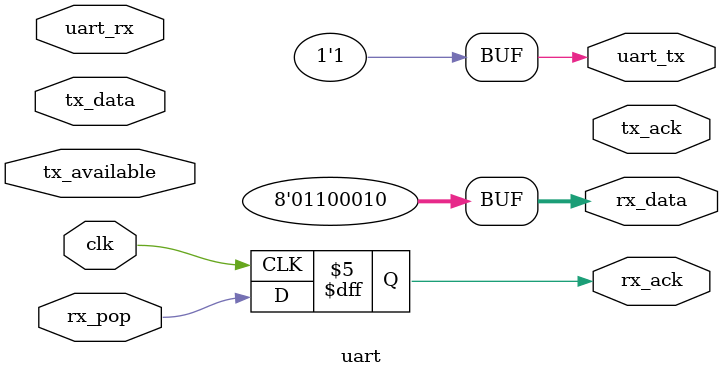
<source format=v>
module uart#(
  parameter CLOCKS_PER_BIT = 312,
  parameter TX_FIFO = 8,
  parameter RX_FIFO = 8
)(
    input clk,
    output reg uart_tx = 1,
    input uart_rx,

    input tx_available,
    input [7:0] tx_data,
    output tx_ack,

    output [7:0] rx_data,
    input rx_pop,
    output reg rx_ack = 0
);

always @(posedge clk) begin
  if (tx_available) $display("%c", tx_data);
end

assign rx_data = "b";
always @(posedge clk) begin
  rx_ack <= rx_pop;
end  

endmodule

</source>
